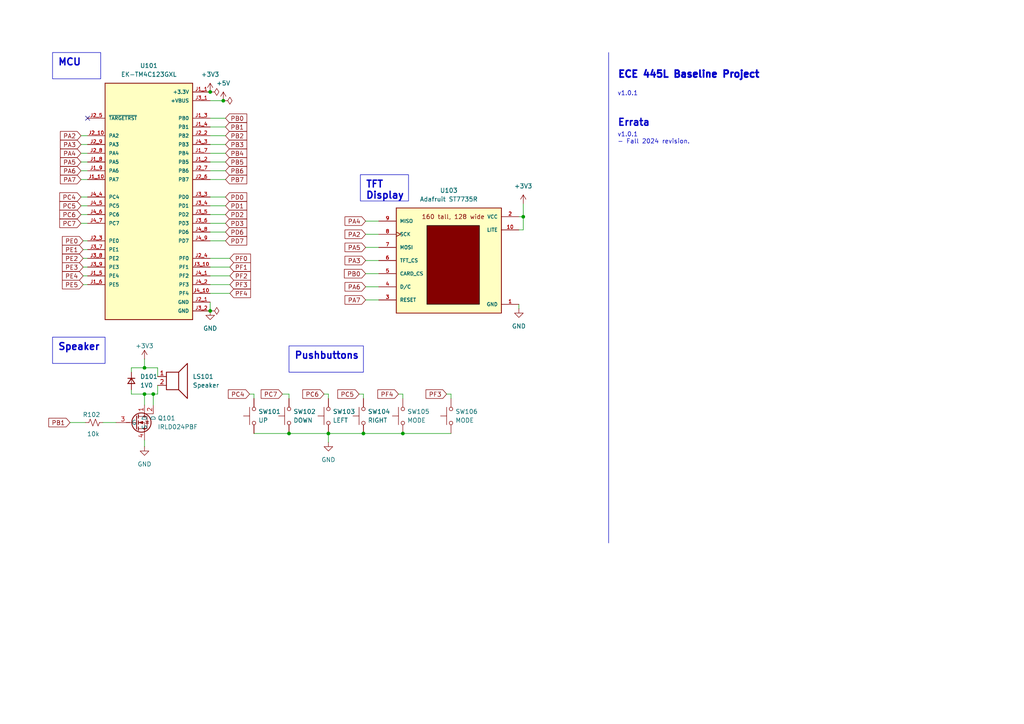
<source format=kicad_sch>
(kicad_sch (version 20231120) (generator "eeschema") (generator_version "8.0")
  (paper "A4")
  (title_block (title "ECE 445L Baseline Project") (date "2024-08-07") (rev "v1.0.1") (company "The University of Texas at Austin"))
  (lib_symbols
    (symbol "Device:D_Small" (pin_numbers hide) (pin_names (offset 0.254) hide)
      (property "Reference" "D" (at -1.27 2.032 0))
      (property "Value" "D_Small" (at -3.81 -2.032 0))
      (symbol "D_Small_0_1"
        (polyline (pts (xy -0.762 -1.016) (xy -0.762 1.016)) (stroke (width 0.254)))
        (polyline (pts (xy -0.762 0) (xy 0.762 0)))
        (polyline (pts (xy 0.762 -1.016) (xy -0.762 0) (xy 0.762 1.016) (xy 0.762 -1.016)) (stroke (width 0.254)))
      )
      (symbol "D_Small_1_1"
        (pin passive line (at -2.54 0 0) (length 1.778) (name "K") (number "1"))
        (pin passive line (at 2.54 0 180) (length 1.778) (name "A") (number "2"))
      )
    )
    (symbol "Device:Speaker" (pin_names (offset 0) hide)
      (property "Reference" "LS" (at 1.27 5.715 0))
      (property "Value" "Speaker" (at 1.27 3.81 0))
      (symbol "Speaker_0_0"
        (rectangle (start -2.54 1.27) (end 1.016 -3.81) (stroke (width 0.254)))
        (polyline (pts (xy 1.016 1.27) (xy 3.556 3.81) (xy 3.556 -6.35) (xy 1.016 -3.81)) (stroke (width 0.254)))
      )
      (symbol "Speaker_1_1"
        (pin input line (at -5.08 0 0) (length 2.54) (name "1") (number "1"))
        (pin input line (at -5.08 -2.54 0) (length 2.54) (name "2") (number "2"))
      )
    )
    (symbol "ECE445L:Adafruit_ST7735R" (pin_names (offset 1.016))
      (property "Reference" "U?" (at -15.24 16.002 0))
      (property "Value" "Adafruit ST7735R" (at -15.24 -17.78 0))
      (symbol "Adafruit_ST7735R_0_0"
        (rectangle (start -15.24 15.24) (end 15.24 -15.24) (stroke (width 0.254)) (fill (type background)))
      )
      (symbol "Adafruit_ST7735R_1_0"
        (pin power_in line (at 20.32 -12.7 180) (length 5.08) (name "GND") (number "1"))
        (pin power_in line (at 20.32 8.89 180) (length 5.08) (name "LITE") (number "10"))
        (pin power_in line (at 20.32 12.7 180) (length 5.08) (name "VCC") (number "2"))
        (pin input line (at -20.32 -11.43 0) (length 5.08) (name "RESET") (number "3"))
        (pin input line (at -20.32 -7.62 0) (length 5.08) (name "D/C") (number "4"))
        (pin input line (at -20.32 -3.81 0) (length 5.08) (name "CARD_CS") (number "5"))
        (pin input line (at -20.32 0 0) (length 5.08) (name "TFT_CS") (number "6"))
        (pin input line (at -20.32 3.81 0) (length 5.08) (name "MOSI") (number "7"))
        (pin input clock (at -20.32 7.62 0) (length 5.08) (name "SCK") (number "8"))
        (pin output line (at -20.32 11.43 0) (length 5.08) (name "MISO") (number "9"))
      )
      (symbol "Adafruit_ST7735R_1_1"
        (rectangle (start -6.35 10.16) (end 8.89 -12.7) (stroke (width 0) (color 0 0 0 1)) (fill (type color) (color 132 0 0 1)))
        (text "160 tall, 128 wide" (at 1.27 12.7 0) (effects (font (size 1.27 1.27))))
      )
    )
    (symbol "ECE445L:EK-TM4C123GXL" (pin_names (offset 1.016))
      (property "Reference" "U?" (at -12.7367 34.3099 0))
      (property "Value" "EK-TM4C123GXL" (at -12.7129 -38.1075 0))
      (symbol "EK-TM4C123GXL_0_0"
        (rectangle (start -12.7 -35.56) (end 12.7 33.02) (stroke (width 0.254)) (fill (type background)))
        (pin power_in line (at 17.78 30.48 180) (length 5.08) (name "+3.3V") (number "J1_1"))
        (pin bidirectional line (at -17.78 5.08 0) (length 5.08) (name "PA7") (number "J1_10"))
        (pin bidirectional line (at 17.78 22.86 180) (length 5.08) (name "PB0") (number "J1_3"))
        (pin bidirectional line (at 17.78 20.32 180) (length 5.08) (name "PB1") (number "J1_4"))
        (pin bidirectional line (at -17.78 -22.86 0) (length 5.08) (name "PE4") (number "J1_5"))
        (pin bidirectional line (at -17.78 -25.4 0) (length 5.08) (name "PE5") (number "J1_6"))
        (pin bidirectional line (at 17.78 12.7 180) (length 5.08) (name "PB4") (number "J1_7"))
        (pin bidirectional line (at -17.78 10.16 0) (length 5.08) (name "PA5") (number "J1_8"))
        (pin bidirectional line (at -17.78 7.62 0) (length 5.08) (name "PA6") (number "J1_9"))
        (pin power_in line (at 17.78 -30.48 180) (length 5.08) (name "GND") (number "J2_1"))
        (pin bidirectional line (at -17.78 17.78 0) (length 5.08) (name "PA2") (number "J2_10"))
        (pin bidirectional line (at 17.78 17.78 180) (length 5.08) (name "PB2") (number "J2_2"))
        (pin bidirectional line (at -17.78 -12.7 0) (length 5.08) (name "PE0") (number "J2_3"))
        (pin bidirectional line (at 17.78 -17.78 180) (length 5.08) (name "PF0") (number "J2_4"))
        (pin input line (at -17.78 22.86 0) (length 5.08) (name "~{TARGETRST}") (number "J2_5"))
        (pin bidirectional line (at 17.78 5.08 180) (length 5.08) (name "PB7") (number "J2_6"))
        (pin bidirectional line (at 17.78 7.62 180) (length 5.08) (name "PB6") (number "J2_7"))
        (pin bidirectional line (at -17.78 12.7 0) (length 5.08) (name "PA4") (number "J2_8"))
        (pin bidirectional line (at -17.78 15.24 0) (length 5.08) (name "PA3") (number "J2_9"))
        (pin power_in line (at 17.78 27.94 180) (length 5.08) (name "+VBUS") (number "J3_1"))
        (pin bidirectional line (at 17.78 -20.32 180) (length 5.08) (name "PF1") (number "J3_10"))
        (pin power_in line (at 17.78 -33.02 180) (length 5.08) (name "GND") (number "J3_2"))
        (pin bidirectional line (at 17.78 0 180) (length 5.08) (name "PD0") (number "J3_3"))
        (pin bidirectional line (at 17.78 -2.54 180) (length 5.08) (name "PD1") (number "J3_4"))
        (pin bidirectional line (at 17.78 -5.08 180) (length 5.08) (name "PD2") (number "J3_5"))
        (pin bidirectional line (at 17.78 -7.62 180) (length 5.08) (name "PD3") (number "J3_6"))
        (pin bidirectional line (at -17.78 -15.24 0) (length 5.08) (name "PE1") (number "J3_7"))
        (pin bidirectional line (at -17.78 -17.78 0) (length 5.08) (name "PE2") (number "J3_8"))
        (pin bidirectional line (at -17.78 -20.32 0) (length 5.08) (name "PE3") (number "J3_9"))
        (pin bidirectional line (at 17.78 -22.86 180) (length 5.08) (name "PF2") (number "J4_1"))
        (pin bidirectional line (at 17.78 -27.94 180) (length 5.08) (name "PF4") (number "J4_10"))
        (pin bidirectional line (at 17.78 -25.4 180) (length 5.08) (name "PF3") (number "J4_2"))
        (pin bidirectional line (at 17.78 15.24 180) (length 5.08) (name "PB3") (number "J4_3"))
        (pin bidirectional line (at -17.78 0 0) (length 5.08) (name "PC4") (number "J4_4"))
        (pin bidirectional line (at -17.78 -2.54 0) (length 5.08) (name "PC5") (number "J4_5"))
        (pin bidirectional line (at -17.78 -5.08 0) (length 5.08) (name "PC6") (number "J4_6"))
        (pin bidirectional line (at -17.78 -7.62 0) (length 5.08) (name "PC7") (number "J4_7"))
        (pin bidirectional line (at 17.78 -10.16 180) (length 5.08) (name "PD6") (number "J4_8"))
        (pin bidirectional line (at 17.78 -12.7 180) (length 5.08) (name "PD7") (number "J4_9"))
      )
      (symbol "EK-TM4C123GXL_1_0"
        (pin bidirectional line (at 17.78 10.16 180) (length 5.08) (name "PB5") (number "J1_2"))
      )
    )
    (symbol "ECE445L:IRLD024PBF"
      (property "Reference" "Q" (at 6.35 5.715 0))
      (property "Value" "IRLD024PBF" (at 16.51 -1.905 0))
      (symbol "IRLD024PBF_0_1"
        (polyline (pts (xy 11.43 0.635) (xy 8.636 0.635)))
        (polyline (pts (xy 11.684 2.54) (xy 11.684 -1.27)) (stroke (width 0.254)))
        (polyline (pts (xy 12.192 -0.635) (xy 12.192 -1.651)) (stroke (width 0.254)))
        (polyline (pts (xy 12.192 1.143) (xy 12.192 0.127)) (stroke (width 0.254)))
        (polyline (pts (xy 12.192 2.921) (xy 12.192 1.905)) (stroke (width 0.254)))
        (polyline (pts (xy 13.97 3.175) (xy 13.97 2.413)))
        (polyline (pts (xy 16.51 3.175) (xy 13.97 3.175)))
        (polyline (pts (xy 13.97 -1.905) (xy 13.97 0.635) (xy 12.192 0.635)))
        (polyline (pts (xy 12.192 -1.143) (xy 14.732 -1.143) (xy 14.732 2.413) (xy 12.192 2.413)))
        (polyline (pts (xy 12.446 0.635) (xy 13.462 1.016) (xy 13.462 0.254) (xy 12.446 0.635)) (fill (type outline)))
        (polyline (pts (xy 14.224 1.143) (xy 14.351 1.016) (xy 15.113 1.016) (xy 15.24 0.889)))
        (polyline (pts (xy 14.732 1.016) (xy 14.351 0.381) (xy 15.113 0.381) (xy 14.732 1.016)))
        (circle (center 13.081 0.635) (radius 2.794) (stroke (width 0.254)))
        (circle (center 13.97 -1.143) (radius 0.254) (fill (type outline)))
        (circle (center 13.97 2.413) (radius 0.254) (fill (type outline)))
      )
      (symbol "IRLD024PBF_1_1"
        (pin passive line (at 13.97 5.715 270) (length 2.54) (name "D") (number "1"))
        (pin passive line (at 16.51 5.715 270) (length 2.54) (name "D") (number "2"))
        (pin input line (at 5.715 0.635 0) (length 4) (name "G") (number "3"))
        (pin passive line (at 13.97 -4.445 90) (length 2.54) (name "S") (number "4"))
      )
    )
    (symbol "ECE445L:R_0.125W" (pin_numbers hide) (pin_names (offset 0.254) hide)
      (property "Reference" "R" (at 0.762 0.508 0))
      (property "Value" "R_0.125W" (at 0.762 -1.016 0))
      (symbol "R_0.125W_1_1"
        (polyline (pts (xy 0 0) (xy 1.016 -0.381) (xy 0 -0.762) (xy -1.016 -1.143) (xy 0 -1.524)))
        (polyline (pts (xy 0 1.524) (xy 1.016 1.143) (xy 0 0.762) (xy -1.016 0.381) (xy 0 0)))
        (pin passive line (at 0 2.54 270) (length 1.016) (name "~") (number "1"))
        (pin passive line (at 0 -2.54 90) (length 1.016) (name "~") (number "2"))
      )
    )
    (symbol "Switch:SW_Push" (pin_numbers hide) (pin_names (offset 1.016) hide)
      (property "Reference" "SW" (at 1.27 2.54 0))
      (property "Value" "SW_Push" (at 0 -1.524 0))
      (symbol "SW_Push_0_1"
        (circle (center -2.032 0) (radius 0.508))
        (polyline (pts (xy 0 1.27) (xy 0 3.048)))
        (polyline (pts (xy 2.54 1.27) (xy -2.54 1.27)))
        (circle (center 2.032 0) (radius 0.508))
        (pin passive line (at -5.08 0 0) (length 2.54) (name "1") (number "1"))
        (pin passive line (at 5.08 0 180) (length 2.54) (name "2") (number "2"))
      )
    )
    (symbol "power:+3V3" (power) (pin_numbers hide) (pin_names (offset 0) hide)
      (property "Value" "+3V3" (at 0 3.556 0))
      (symbol "+3V3_0_1"
        (polyline (pts (xy -0.762 1.27) (xy 0 2.54)))
        (polyline (pts (xy 0 0) (xy 0 2.54)))
        (polyline (pts (xy 0 2.54) (xy 0.762 1.27)))
      )
      (symbol "+3V3_1_1"
        (pin power_in line (at 0 0 90) (length 0) (name "~") (number "1"))
      )
    )
    (symbol "power:+5V" (power) (pin_numbers hide) (pin_names (offset 0) hide)
      (property "Value" "+5V" (at 0 3.556 0))
      (symbol "+5V_0_1"
        (polyline (pts (xy -0.762 1.27) (xy 0 2.54)))
        (polyline (pts (xy 0 0) (xy 0 2.54)))
        (polyline (pts (xy 0 2.54) (xy 0.762 1.27)))
      )
      (symbol "+5V_1_1"
        (pin power_in line (at 0 0 90) (length 0) (name "~") (number "1"))
      )
    )
    (symbol "power:GND" (power) (pin_numbers hide) (pin_names (offset 0) hide)
      (property "Value" "GND" (at 0 -3.81 0))
      (symbol "GND_0_1"
        (polyline (pts (xy 0 0) (xy 0 -1.27) (xy 1.27 -1.27) (xy 0 -2.54) (xy -1.27 -1.27) (xy 0 -1.27)))
      )
      (symbol "GND_1_1"
        (pin power_in line (at 0 0 270) (length 0) (name "~") (number "1"))
      )
    )
    (symbol "power:PWR_FLAG" (power) (pin_numbers hide) (pin_names (offset 0) hide)
      (property "Value" "PWR_FLAG" (at 0 3.81 0))
      (symbol "PWR_FLAG_0_0"
        (pin power_out line (at 0 0 90) (length 0) (name "~") (number "1"))
      )
      (symbol "PWR_FLAG_0_1"
        (polyline (pts (xy 0 0) (xy 0 1.27) (xy -1.016 1.905) (xy 0 2.54) (xy 1.016 1.905) (xy 0 1.27)))
      )
    )
  )
  (junction (at 60.96 26.67))
  (junction (at 95.25 125.73))
  (junction (at 41.91 106.68))
  (junction (at 44.45 114.3))
  (junction (at 60.96 90.17))
  (junction (at 116.84 125.73))
  (junction (at 41.91 114.3))
  (junction (at 83.82 125.73))
  (junction (at 105.41 125.73))
  (junction (at 151.765 62.865))
  (junction (at 64.77 29.21))
  (no_connect (at 25.4 34.29))
  (wire (pts (xy 60.96 41.91) (xy 65.405 41.91)))
  (wire (pts (xy 106.045 71.755) (xy 109.855 71.755)))
  (wire (pts (xy 81.915 114.3) (xy 83.82 114.3)))
  (wire (pts (xy 73.66 114.3) (xy 73.66 115.57)))
  (wire (pts (xy 116.84 114.3) (xy 116.84 115.57)))
  (wire (pts (xy 60.96 52.07) (xy 65.405 52.07)))
  (wire (pts (xy 130.81 114.3) (xy 130.81 115.57)))
  (wire (pts (xy 60.96 36.83) (xy 65.405 36.83)))
  (wire (pts (xy 95.25 125.73) (xy 95.25 128.27)))
  (wire (pts (xy 20.32 122.555) (xy 24.765 122.555)))
  (wire (pts (xy 38.1 106.68) (xy 41.91 106.68)))
  (wire (pts (xy 106.045 79.375) (xy 109.855 79.375)))
  (wire (pts (xy 60.96 69.85) (xy 65.405 69.85)))
  (wire (pts (xy 23.495 64.77) (xy 25.4 64.77)))
  (wire (pts (xy 60.96 77.47) (xy 66.675 77.47)))
  (wire (pts (xy 45.72 111.76) (xy 45.72 114.3)))
  (wire (pts (xy 106.045 75.565) (xy 109.855 75.565)))
  (wire (pts (xy 24.13 77.47) (xy 25.4 77.47)))
  (wire (pts (xy 73.66 125.73) (xy 83.82 125.73)))
  (wire (pts (xy 23.495 62.23) (xy 25.4 62.23)))
  (wire (pts (xy 23.495 41.91) (xy 25.4 41.91)))
  (wire (pts (xy 41.91 104.14) (xy 41.91 106.68)))
  (wire (pts (xy 29.845 122.555) (xy 33.655 122.555)))
  (wire (pts (xy 60.96 39.37) (xy 65.405 39.37)))
  (wire (pts (xy 60.96 87.63) (xy 60.96 90.17)))
  (wire (pts (xy 41.91 114.3) (xy 44.45 114.3)))
  (wire (pts (xy 24.13 72.39) (xy 25.4 72.39)))
  (wire (pts (xy 72.39 114.3) (xy 73.66 114.3)))
  (wire (pts (xy 38.1 106.68) (xy 38.1 107.95)))
  (wire (pts (xy 60.96 85.09) (xy 66.675 85.09)))
  (wire (pts (xy 24.13 69.85) (xy 25.4 69.85)))
  (wire (pts (xy 38.1 114.3) (xy 41.91 114.3)))
  (wire (pts (xy 23.495 49.53) (xy 25.4 49.53)))
  (wire (pts (xy 60.96 80.01) (xy 66.675 80.01)))
  (wire (pts (xy 60.96 34.29) (xy 65.405 34.29)))
  (wire (pts (xy 151.765 59.055) (xy 151.765 62.865)))
  (wire (pts (xy 115.57 114.3) (xy 116.84 114.3)))
  (wire (pts (xy 24.13 80.01) (xy 25.4 80.01)))
  (wire (pts (xy 106.045 67.945) (xy 109.855 67.945)))
  (wire (pts (xy 83.82 114.3) (xy 83.82 115.57)))
  (wire (pts (xy 23.495 39.37) (xy 25.4 39.37)))
  (wire (pts (xy 83.82 125.73) (xy 95.25 125.73)))
  (wire (pts (xy 104.14 114.3) (xy 105.41 114.3)))
  (wire (pts (xy 23.495 44.45) (xy 25.4 44.45)))
  (wire (pts (xy 60.96 29.21) (xy 64.77 29.21)))
  (wire (pts (xy 106.045 64.135) (xy 109.855 64.135)))
  (polyline (pts (xy 176.53 15.24) (xy 176.53 157.48)))
  (wire (pts (xy 24.13 82.55) (xy 25.4 82.55)))
  (wire (pts (xy 23.495 52.07) (xy 25.4 52.07)))
  (wire (pts (xy 106.045 83.185) (xy 109.855 83.185)))
  (wire (pts (xy 151.765 66.675) (xy 151.765 62.865)))
  (wire (pts (xy 106.045 86.995) (xy 109.855 86.995)))
  (wire (pts (xy 44.45 114.3) (xy 45.72 114.3)))
  (wire (pts (xy 23.495 46.99) (xy 25.4 46.99)))
  (wire (pts (xy 93.98 114.3) (xy 95.25 114.3)))
  (wire (pts (xy 105.41 125.73) (xy 116.84 125.73)))
  (wire (pts (xy 150.495 66.675) (xy 151.765 66.675)))
  (wire (pts (xy 60.96 64.77) (xy 65.405 64.77)))
  (wire (pts (xy 150.495 88.265) (xy 150.495 89.535)))
  (wire (pts (xy 41.91 114.3) (xy 41.91 117.475)))
  (wire (pts (xy 116.84 125.73) (xy 130.81 125.73)))
  (wire (pts (xy 95.25 114.3) (xy 95.25 115.57)))
  (wire (pts (xy 60.96 82.55) (xy 66.675 82.55)))
  (wire (pts (xy 60.96 74.93) (xy 66.675 74.93)))
  (wire (pts (xy 105.41 114.3) (xy 105.41 115.57)))
  (wire (pts (xy 95.25 125.73) (xy 105.41 125.73)))
  (wire (pts (xy 44.45 114.3) (xy 44.45 117.475)))
  (wire (pts (xy 60.96 44.45) (xy 65.405 44.45)))
  (wire (pts (xy 60.96 67.31) (xy 65.405 67.31)))
  (wire (pts (xy 60.96 57.15) (xy 65.405 57.15)))
  (wire (pts (xy 23.495 57.15) (xy 25.4 57.15)))
  (wire (pts (xy 45.72 106.68) (xy 45.72 109.22)))
  (wire (pts (xy 41.91 127.635) (xy 41.91 129.54)))
  (wire (pts (xy 60.96 59.69) (xy 65.405 59.69)))
  (wire (pts (xy 23.495 59.69) (xy 25.4 59.69)))
  (wire (pts (xy 60.96 46.99) (xy 65.405 46.99)))
  (wire (pts (xy 150.495 62.865) (xy 151.765 62.865)))
  (wire (pts (xy 60.96 62.23) (xy 65.405 62.23)))
  (wire (pts (xy 41.91 106.68) (xy 45.72 106.68)))
  (wire (pts (xy 60.96 49.53) (xy 65.405 49.53)))
  (wire (pts (xy 24.13 74.93) (xy 25.4 74.93)))
  (wire (pts (xy 38.1 114.3) (xy 38.1 113.03)))
  (wire (pts (xy 129.54 114.3) (xy 130.81 114.3)))
  (text_box "MCU" (at 15.24 15.24 0) (size 13.97 7.62) (effects (font (size 2 2) (thickness 0.4) (bold yes)) (justify left top)))
  (text_box "Speaker" (at 15.24 97.79 0) (size 15.24 7.62) (effects (font (size 2 2) (thickness 0.4) (bold yes)) (justify left top)))
  (text_box "Pushbuttons" (at 83.82 100.33 0) (size 21.59 7.62) (effects (font (size 2 2) (thickness 0.4) (bold yes)) (justify left top)))
  (text_box "TFT Display" (at 104.521 50.673 0) (size 13.97 7.62) (effects (font (size 2 2) (thickness 0.4) (bold yes)) (justify left top)))
  (text "v1.0.1\n- Fall 2024 revision." (at 179.07 41.91 0) (effects (font (size 1.27 1.27)) (justify left bottom)))
  (text "ECE 445L Baseline Project" (at 179.07 22.86 0) (effects (font (size 2 2) (thickness 0.6) (bold yes)) (justify left bottom)))
  (text "v1.0.1" (at 179.07 27.94 0) (effects (font (size 1.27 1.27)) (justify left bottom)))
  (text "Errata" (at 179.07 36.83 0) (effects (font (size 2 2) (thickness 0.4) (bold yes)) (justify left bottom)))
  (global_label "PC5" (shape input) (at 23.495 59.69 180) (property "Intersheetrefs" "${INTERSHEET_REFS}" (effects (hide yes))))
  (global_label "PB6" (shape input) (at 65.405 49.53 0) (property "Intersheetrefs" "${INTERSHEET_REFS}" (effects (hide yes))))
  (global_label "PB2" (shape input) (at 65.405 39.37 0) (property "Intersheetrefs" "${INTERSHEET_REFS}" (effects (hide yes))))
  (global_label "PA7" (shape input) (at 23.495 52.07 180) (property "Intersheetrefs" "${INTERSHEET_REFS}" (effects (hide yes))))
  (global_label "PA4" (shape input) (at 23.495 44.45 180) (property "Intersheetrefs" "${INTERSHEET_REFS}" (effects (hide yes))))
  (global_label "PB5" (shape input) (at 65.405 46.99 0) (property "Intersheetrefs" "${INTERSHEET_REFS}" (effects (hide yes))))
  (global_label "PB3" (shape input) (at 65.405 41.91 0) (property "Intersheetrefs" "${INTERSHEET_REFS}" (effects (hide yes))))
  (global_label "PD7" (shape input) (at 65.405 69.85 0) (property "Intersheetrefs" "${INTERSHEET_REFS}" (effects (hide yes))))
  (global_label "PE0" (shape input) (at 24.13 69.85 180) (property "Intersheetrefs" "${INTERSHEET_REFS}" (effects (hide yes))))
  (global_label "PD1" (shape input) (at 65.405 59.69 0) (property "Intersheetrefs" "${INTERSHEET_REFS}" (effects (hide yes))))
  (global_label "PF4" (shape input) (at 66.675 85.09 0) (property "Intersheetrefs" "${INTERSHEET_REFS}" (effects (hide yes))))
  (global_label "PE3" (shape input) (at 24.13 77.47 180) (property "Intersheetrefs" "${INTERSHEET_REFS}" (effects (hide yes))))
  (global_label "PC7" (shape input) (at 23.495 64.77 180) (property "Intersheetrefs" "${INTERSHEET_REFS}" (effects (hide yes))))
  (global_label "PA2" (shape input) (at 106.045 67.945 180) (property "Intersheetrefs" "${INTERSHEET_REFS}" (effects (hide yes))))
  (global_label "PC7" (shape input) (at 81.915 114.3 180) (property "Intersheetrefs" "${INTERSHEET_REFS}" (effects (hide yes))))
  (global_label "PE2" (shape input) (at 24.13 74.93 180) (property "Intersheetrefs" "${INTERSHEET_REFS}" (effects (hide yes))))
  (global_label "PA3" (shape input) (at 23.495 41.91 180) (property "Intersheetrefs" "${INTERSHEET_REFS}" (effects (hide yes))))
  (global_label "PE4" (shape input) (at 24.13 80.01 180) (property "Intersheetrefs" "${INTERSHEET_REFS}" (effects (hide yes))))
  (global_label "PC4" (shape input) (at 23.495 57.15 180) (property "Intersheetrefs" "${INTERSHEET_REFS}" (effects (hide yes))))
  (global_label "PB0" (shape input) (at 65.405 34.29 0) (property "Intersheetrefs" "${INTERSHEET_REFS}" (effects (hide yes))))
  (global_label "PE1" (shape input) (at 24.13 72.39 180) (property "Intersheetrefs" "${INTERSHEET_REFS}" (effects (hide yes))))
  (global_label "PF3" (shape input) (at 66.675 82.55 0) (property "Intersheetrefs" "${INTERSHEET_REFS}" (effects (hide yes))))
  (global_label "PC4" (shape input) (at 72.39 114.3 180) (property "Intersheetrefs" "${INTERSHEET_REFS}" (effects (hide yes))))
  (global_label "PD3" (shape input) (at 65.405 64.77 0) (property "Intersheetrefs" "${INTERSHEET_REFS}" (effects (hide yes))))
  (global_label "PC6" (shape input) (at 93.98 114.3 180) (property "Intersheetrefs" "${INTERSHEET_REFS}" (effects (hide yes))))
  (global_label "PD0" (shape input) (at 65.405 57.15 0) (property "Intersheetrefs" "${INTERSHEET_REFS}" (effects (hide yes))))
  (global_label "PB7" (shape input) (at 65.405 52.07 0) (property "Intersheetrefs" "${INTERSHEET_REFS}" (effects (hide yes))))
  (global_label "PA2" (shape input) (at 23.495 39.37 180) (property "Intersheetrefs" "${INTERSHEET_REFS}" (effects (hide yes))))
  (global_label "PF3" (shape input) (at 129.54 114.3 180) (property "Intersheetrefs" "${INTERSHEET_REFS}" (effects (hide yes))))
  (global_label "PA7" (shape input) (at 106.045 86.995 180) (property "Intersheetrefs" "${INTERSHEET_REFS}" (effects (hide yes))))
  (global_label "PB1" (shape input) (at 20.32 122.555 180) (property "Intersheetrefs" "${INTERSHEET_REFS}" (effects (hide yes))))
  (global_label "PA6" (shape input) (at 106.045 83.185 180) (property "Intersheetrefs" "${INTERSHEET_REFS}" (effects (hide yes))))
  (global_label "PF0" (shape input) (at 66.675 74.93 0) (property "Intersheetrefs" "${INTERSHEET_REFS}" (effects (hide yes))))
  (global_label "PC6" (shape input) (at 23.495 62.23 180) (property "Intersheetrefs" "${INTERSHEET_REFS}" (effects (hide yes))))
  (global_label "PC5" (shape input) (at 104.14 114.3 180) (property "Intersheetrefs" "${INTERSHEET_REFS}" (effects (hide yes))))
  (global_label "PE5" (shape input) (at 24.13 82.55 180) (property "Intersheetrefs" "${INTERSHEET_REFS}" (effects (hide yes))))
  (global_label "PF4" (shape input) (at 115.57 114.3 180) (property "Intersheetrefs" "${INTERSHEET_REFS}" (effects (hide yes))))
  (global_label "PA3" (shape input) (at 106.045 75.565 180) (property "Intersheetrefs" "${INTERSHEET_REFS}" (effects (hide yes))))
  (global_label "PD6" (shape input) (at 65.405 67.31 0) (property "Intersheetrefs" "${INTERSHEET_REFS}" (effects (hide yes))))
  (global_label "PA4" (shape input) (at 106.045 64.135 180) (property "Intersheetrefs" "${INTERSHEET_REFS}" (effects (hide yes))))
  (global_label "PF1" (shape input) (at 66.675 77.47 0) (property "Intersheetrefs" "${INTERSHEET_REFS}" (effects (hide yes))))
  (global_label "PB1" (shape input) (at 65.405 36.83 0) (property "Intersheetrefs" "${INTERSHEET_REFS}" (effects (hide yes))))
  (global_label "PA6" (shape input) (at 23.495 49.53 180) (property "Intersheetrefs" "${INTERSHEET_REFS}" (effects (hide yes))))
  (global_label "PA5" (shape input) (at 106.045 71.755 180) (property "Intersheetrefs" "${INTERSHEET_REFS}" (effects (hide yes))))
  (global_label "PD2" (shape input) (at 65.405 62.23 0) (property "Intersheetrefs" "${INTERSHEET_REFS}" (effects (hide yes))))
  (global_label "PF2" (shape input) (at 66.675 80.01 0) (property "Intersheetrefs" "${INTERSHEET_REFS}" (effects (hide yes))))
  (global_label "PB0" (shape input) (at 106.045 79.375 180) (property "Intersheetrefs" "${INTERSHEET_REFS}" (effects (hide yes))))
  (global_label "PB4" (shape input) (at 65.405 44.45 0) (property "Intersheetrefs" "${INTERSHEET_REFS}" (effects (hide yes))))
  (global_label "PA5" (shape input) (at 23.495 46.99 180) (property "Intersheetrefs" "${INTERSHEET_REFS}" (effects (hide yes))))
  (symbol (lib_id "Switch:SW_Push") (at 130.81 120.65 90) (unit 1)
    (property "Reference" "SW106" (at 132.08 119.3799 90) (effects (justify right)))
    (property "Value" "MODE" (at 132.08 121.9199 90) (effects (justify right)))
    (property "Footprint" "Button_Switch_THT:SW_PUSH_6mm" (effects (hide yes)))
    (property "Description" "Push button switch, generic, two pins" (effects (hide yes)))
  )
  (symbol (lib_id "power:PWR_FLAG") (at 60.96 90.17 270) (unit 1)
    (property "Reference" "#FLG0102" (effects (hide yes)))
    (property "Value" "PWR_FLAG" (effects (hide yes)))
    (property "Description" "Special symbol for telling ERC where power comes from" (effects (hide yes)))
  )
  (symbol (lib_id "Device:D_Small") (at 38.1 110.49 270) (unit 1)
    (property "Reference" "D101" (at 40.64 109.22 90) (effects (justify left)))
    (property "Value" "1V0" (at 40.64 111.76 90) (effects (justify left)))
    (property "Footprint" "Diode_THT:D_5W_P12.70mm_Horizontal" (effects (hide yes)))
    (property "Description" "Diode, small symbol" (effects (hide yes)))
    (property "Cost" "0.10 " (effects (hide yes)))
    (property "Distributor" "Mouser" (effects (hide yes)))
    (property "Manufacturer" "onsemi" (effects (hide yes)))
    (property "P/N" "1N914 " (effects (hide yes)))
    (property "Sim.Device" "D" (effects (hide yes)))
    (property "Sim.Pins" "1=K 2=A" (effects (hide yes)))
  )
  (symbol (lib_id "ECE445L:EK-TM4C123GXL") (at 43.18 57.15 0) (unit 1)
    (property "Reference" "U101" (at 43.18 19.05 0))
    (property "Value" "EK-TM4C123GXL" (at 43.18 21.59 0))
    (property "Footprint" "ECE445L:ti_EKTM4C123GXL" (effects (hide yes)))
    (property "Datasheet" "https://www.ti.com/lit/ds/symlink/tm4c123gh6pm.pdf?ts=1693244962384&ref_url=https%253A%252F%252Fwww.google.com%252F" (effects (hide yes)))
    (property "Distributor" "Mouser" (effects (hide yes)))
    (property "Manufacturer" "Texas Instruments" (effects (hide yes)))
    (property "P/N" "EK-TM4C123GXL" (effects (hide yes)))
    (property "Cost" "22.60" (effects (hide yes)))
  )
  (symbol (lib_id "ECE445L:IRLD024PBF") (at 27.94 123.19 0) (unit 1)
    (property "Reference" "Q101" (at 45.72 121.2849 0) (effects (justify left)))
    (property "Value" "IRLD024PBF" (at 45.72 123.8249 0) (effects (justify left)))
    (property "Footprint" "ECE445L:DIP920W60P254L490H457Q4N" (effects (hide yes)))
    (property "Datasheet" "http://www.vishay.com/docs/91308/sihld24.pdf" (effects (hide yes)))
    (property "Description" "Vishay IRLD024PBF N-channel MOSFET Transistor, 2.5 A, 60 V, 4-Pin HVMDIP" (effects (hide yes)))
    (property "Cost" "1.67" (effects (hide yes)))
    (property "Distributor" "Mouser" (effects (hide yes)))
    (property "Manufacturer" "Vishay" (effects (hide yes)))
    (property "P/N" "IRLD024PBF" (effects (hide yes)))
    (property "Sim.Device" "NMOS" (effects (hide yes)))
    (property "Sim.Type" "VDMOS" (effects (hide yes)))
    (property "Sim.Pins" "1=D 2=G 3=S" (effects (hide yes)))
    (property "Height" "4.57" (effects (hide yes)))
    (property "Mouser Part Number" "844-IRLD024PBF" (effects (hide yes)))
    (property "Mouser Price/Stock" "https://www.mouser.co.uk/ProductDetail/Vishay-Siliconix/IRLD024PBF?qs=cvaI6ThkwxvrmVanJu5OcQ%3D%3D" (effects (hide yes)))
    (property "Manufacturer_Name" "Vishay" (effects (hide yes)))
    (property "Manufacturer_Part_Number" "IRLD024PBF" (effects (hide yes)))
  )
  (symbol (lib_id "power:PWR_FLAG") (at 64.77 29.21 270) (unit 1)
    (property "Reference" "#FLG0103" (effects (hide yes)))
    (property "Value" "PWR_FLAG" (effects (hide yes)))
    (property "Description" "Special symbol for telling ERC where power comes from" (effects (hide yes)))
  )
  (symbol (lib_id "Switch:SW_Push") (at 73.66 120.65 90) (unit 1)
    (property "Reference" "SW101" (at 74.93 119.38 90) (effects (justify right)))
    (property "Value" "UP" (at 74.93 121.92 90) (effects (justify right)))
    (property "Footprint" "Button_Switch_THT:SW_PUSH_6mm" (effects (hide yes)))
    (property "Description" "Push button switch, generic, two pins" (effects (hide yes)))
  )
  (symbol (lib_id "power:+5V") (at 64.77 29.21 0) (unit 1)
    (property "Reference" "#PWR0105" (effects (hide yes)))
    (property "Value" "+5V" (at 64.77 24.13 0))
    (property "Description" "Power symbol creates a global label with name \"+5V\"" (effects (hide yes)))
  )
  (symbol (lib_id "power:GND") (at 95.25 128.27 0) (unit 1)
    (property "Reference" "#PWR0107" (effects (hide yes)))
    (property "Value" "GND" (at 95.25 133.35 0))
    (property "Description" "Power symbol creates a global label with name \"GND\" , ground" (effects (hide yes)))
  )
  (symbol (lib_id "power:GND") (at 150.495 89.535 0) (unit 1)
    (property "Reference" "#PWR02" (effects (hide yes)))
    (property "Value" "GND" (at 150.495 94.615 0))
    (property "Description" "Power symbol creates a global label with name \"GND\" , ground" (effects (hide yes)))
  )
  (symbol (lib_id "power:+3V3") (at 151.765 59.055 0) (unit 1)
    (property "Reference" "#PWR01" (effects (hide yes)))
    (property "Value" "+3V3" (at 151.765 53.975 0))
    (property "Description" "Power symbol creates a global label with name \"+3V3\"" (effects (hide yes)))
  )
  (symbol (lib_id "Switch:SW_Push") (at 83.82 120.65 90) (unit 1)
    (property "Reference" "SW102" (at 85.09 119.38 90) (effects (justify right)))
    (property "Value" "DOWN" (at 85.09 121.92 90) (effects (justify right)))
    (property "Footprint" "Button_Switch_THT:SW_PUSH_6mm" (effects (hide yes)))
    (property "Description" "Push button switch, generic, two pins" (effects (hide yes)))
  )
  (symbol (lib_id "Switch:SW_Push") (at 95.25 120.65 90) (unit 1)
    (property "Reference" "SW103" (at 96.52 119.38 90) (effects (justify right)))
    (property "Value" "LEFT" (at 96.52 121.92 90) (effects (justify right)))
    (property "Footprint" "Button_Switch_THT:SW_PUSH_6mm" (effects (hide yes)))
    (property "Description" "Push button switch, generic, two pins" (effects (hide yes)))
  )
  (symbol (lib_id "Switch:SW_Push") (at 105.41 120.65 90) (unit 1)
    (property "Reference" "SW104" (at 106.68 119.38 90) (effects (justify right)))
    (property "Value" "RIGHT" (at 106.68 121.92 90) (effects (justify right)))
    (property "Footprint" "Button_Switch_THT:SW_PUSH_6mm" (effects (hide yes)))
    (property "Description" "Push button switch, generic, two pins" (effects (hide yes)))
  )
  (symbol (lib_id "power:+3V3") (at 60.96 26.67 0) (unit 1)
    (property "Reference" "#PWR0103" (effects (hide yes)))
    (property "Value" "+3V3" (at 60.96 21.59 0))
    (property "Description" "Power symbol creates a global label with name \"+3V3\"" (effects (hide yes)))
  )
  (symbol (lib_id "Switch:SW_Push") (at 116.84 120.65 90) (unit 1)
    (property "Reference" "SW105" (at 118.11 119.38 90) (effects (justify right)))
    (property "Value" "MODE" (at 118.11 121.92 90) (effects (justify right)))
    (property "Footprint" "Button_Switch_THT:SW_PUSH_6mm" (effects (hide yes)))
    (property "Description" "Push button switch, generic, two pins" (effects (hide yes)))
  )
  (symbol (lib_id "power:GND") (at 41.91 129.54 0) (unit 1)
    (property "Reference" "#PWR0102" (effects (hide yes)))
    (property "Value" "GND" (at 41.91 134.62 0))
    (property "Description" "Power symbol creates a global label with name \"GND\" , ground" (effects (hide yes)))
  )
  (symbol (lib_id "power:PWR_FLAG") (at 60.96 26.67 270) (unit 1)
    (property "Reference" "#FLG0101" (effects (hide yes)))
    (property "Value" "PWR_FLAG" (effects (hide yes)))
    (property "Description" "Special symbol for telling ERC where power comes from" (effects (hide yes)))
  )
  (symbol (lib_id "Device:Speaker") (at 50.8 109.22 0) (unit 1)
    (property "Reference" "LS101" (at 55.88 109.22 0) (effects (justify left)))
    (property "Value" "Speaker" (at 55.88 111.76 0) (effects (justify left)))
    (property "Footprint" "Connector_PinHeader_2.54mm:PinHeader_1x02_P2.54mm_Vertical" (effects (hide yes)))
    (property "Description" "Speaker" (effects (hide yes)))
  )
  (symbol (lib_id "power:GND") (at 60.96 90.17 0) (unit 1)
    (property "Reference" "#PWR0104" (effects (hide yes)))
    (property "Value" "GND" (at 60.96 95.25 0))
    (property "Description" "Power symbol creates a global label with name \"GND\" , ground" (effects (hide yes)))
  )
  (symbol (lib_id "ECE445L:R_0.125W") (at 27.305 122.555 90) (unit 1)
    (property "Reference" "R102" (at 26.543 120.269 90))
    (property "Value" "10k" (at 27.051 125.857 90))
    (property "Footprint" "ECE445L:R_Axial_DIN0204_L3.6mm_D1.6mm_P7.62mm_Horizontal" (effects (hide yes)))
    (property "Datasheet" "https://users.ece.utexas.edu/~valvano/mspm0/CarbonFilmresistors.pdf" (effects (hide yes)))
    (property "Description" "Resistor, small US symbol" (effects (hide yes)))
  )
  (symbol (lib_id "power:+3V3") (at 41.91 104.14 0) (unit 1)
    (property "Reference" "#PWR0101" (effects (hide yes)))
    (property "Value" "+3V3" (at 41.91 100.33 0))
    (property "Description" "Power symbol creates a global label with name \"+3V3\"" (effects (hide yes)))
  )
  (symbol (lib_id "ECE445L:Adafruit_ST7735R") (at 130.175 75.565 0) (unit 1)
    (property "Reference" "U103" (at 130.175 55.245 0))
    (property "Value" "Adafruit ST7735R" (at 130.175 57.785 0))
    (property "Footprint" "ECE445L:adafruit_st7735r2" (effects (hide yes)))
    (property "Datasheet" "https://www.mouser.com/datasheet/2/737/ST7735R_V0_2-2489618.pdf" (effects (hide yes)))
    (property "Distributor" "Mouser" (effects (hide yes)))
    (property "Manufacturer" "Adafruit" (effects (hide yes)))
    (property "P/N" "358" (effects (hide yes)))
    (property "Cost" "19.95" (effects (hide yes)))
  )
)
</source>
